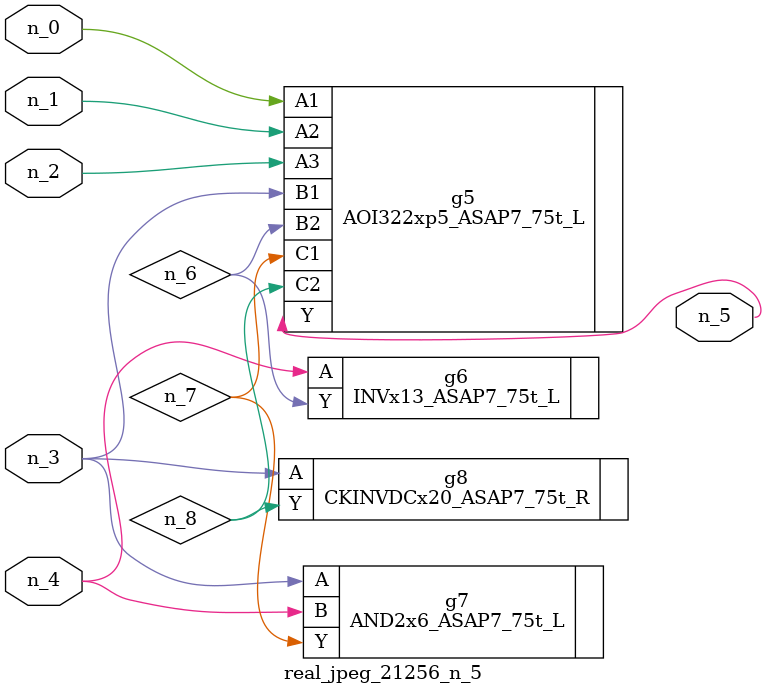
<source format=v>
module real_jpeg_21256_n_5 (n_4, n_0, n_1, n_2, n_3, n_5);

input n_4;
input n_0;
input n_1;
input n_2;
input n_3;

output n_5;

wire n_8;
wire n_6;
wire n_7;

AOI322xp5_ASAP7_75t_L g5 ( 
.A1(n_0),
.A2(n_1),
.A3(n_2),
.B1(n_3),
.B2(n_6),
.C1(n_7),
.C2(n_8),
.Y(n_5)
);

AND2x6_ASAP7_75t_L g7 ( 
.A(n_3),
.B(n_4),
.Y(n_7)
);

CKINVDCx20_ASAP7_75t_R g8 ( 
.A(n_3),
.Y(n_8)
);

INVx13_ASAP7_75t_L g6 ( 
.A(n_4),
.Y(n_6)
);


endmodule
</source>
